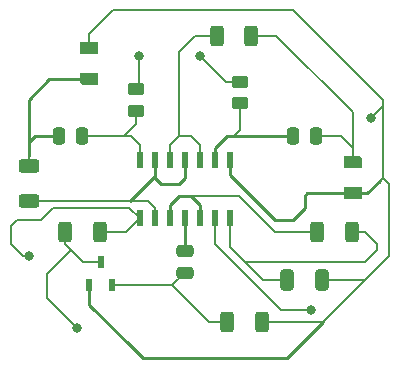
<source format=gbr>
%TF.GenerationSoftware,KiCad,Pcbnew,(6.0.8)*%
%TF.CreationDate,2023-04-11T21:19:58-04:00*%
%TF.ProjectId,Rat_NEST_v1,5261745f-4e45-4535-945f-76312e6b6963,rev?*%
%TF.SameCoordinates,Original*%
%TF.FileFunction,Copper,L2,Bot*%
%TF.FilePolarity,Positive*%
%FSLAX46Y46*%
G04 Gerber Fmt 4.6, Leading zero omitted, Abs format (unit mm)*
G04 Created by KiCad (PCBNEW (6.0.8)) date 2023-04-11 21:19:58*
%MOMM*%
%LPD*%
G01*
G04 APERTURE LIST*
G04 Aperture macros list*
%AMRoundRect*
0 Rectangle with rounded corners*
0 $1 Rounding radius*
0 $2 $3 $4 $5 $6 $7 $8 $9 X,Y pos of 4 corners*
0 Add a 4 corners polygon primitive as box body*
4,1,4,$2,$3,$4,$5,$6,$7,$8,$9,$2,$3,0*
0 Add four circle primitives for the rounded corners*
1,1,$1+$1,$2,$3*
1,1,$1+$1,$4,$5*
1,1,$1+$1,$6,$7*
1,1,$1+$1,$8,$9*
0 Add four rect primitives between the rounded corners*
20,1,$1+$1,$2,$3,$4,$5,0*
20,1,$1+$1,$4,$5,$6,$7,0*
20,1,$1+$1,$6,$7,$8,$9,0*
20,1,$1+$1,$8,$9,$2,$3,0*%
%AMOutline5P*
0 Free polygon, 5 corners , with rotation*
0 The origin of the aperture is its center*
0 number of corners: always 5*
0 $1 to $10 corner X, Y*
0 $11 Rotation angle, in degrees counterclockwise*
0 create outline with 5 corners*
4,1,5,$1,$2,$3,$4,$5,$6,$7,$8,$9,$10,$1,$2,$11*%
%AMOutline6P*
0 Free polygon, 6 corners , with rotation*
0 The origin of the aperture is its center*
0 number of corners: always 6*
0 $1 to $12 corner X, Y*
0 $13 Rotation angle, in degrees counterclockwise*
0 create outline with 6 corners*
4,1,6,$1,$2,$3,$4,$5,$6,$7,$8,$9,$10,$11,$12,$1,$2,$13*%
%AMOutline7P*
0 Free polygon, 7 corners , with rotation*
0 The origin of the aperture is its center*
0 number of corners: always 7*
0 $1 to $14 corner X, Y*
0 $15 Rotation angle, in degrees counterclockwise*
0 create outline with 7 corners*
4,1,7,$1,$2,$3,$4,$5,$6,$7,$8,$9,$10,$11,$12,$13,$14,$1,$2,$15*%
%AMOutline8P*
0 Free polygon, 8 corners , with rotation*
0 The origin of the aperture is its center*
0 number of corners: always 8*
0 $1 to $16 corner X, Y*
0 $17 Rotation angle, in degrees counterclockwise*
0 create outline with 8 corners*
4,1,8,$1,$2,$3,$4,$5,$6,$7,$8,$9,$10,$11,$12,$13,$14,$15,$16,$1,$2,$17*%
%AMFreePoly0*
4,1,5,0.292100,-0.673100,-0.292100,-0.673100,-0.292100,0.673100,0.292100,0.673100,0.292100,-0.673100,0.292100,-0.673100,$1*%
%AMFreePoly1*
4,1,5,0.255000,-0.673100,-0.255000,-0.673100,-0.255000,0.673100,0.255000,0.673100,0.255000,-0.673100,0.255000,-0.673100,$1*%
%AMFreePoly2*
4,1,5,0.280000,-0.475000,-0.280000,-0.475000,-0.280000,0.475000,0.280000,0.475000,0.280000,-0.475000,0.280000,-0.475000,$1*%
G04 Aperture macros list end*
%TA.AperFunction,SMDPad,CuDef*%
%ADD10RoundRect,0.250000X-0.475000X0.250000X-0.475000X-0.250000X0.475000X-0.250000X0.475000X0.250000X0*%
%TD*%
%TA.AperFunction,SMDPad,CuDef*%
%ADD11RoundRect,0.250000X-0.450000X0.262500X-0.450000X-0.262500X0.450000X-0.262500X0.450000X0.262500X0*%
%TD*%
%TA.AperFunction,SMDPad,CuDef*%
%ADD12R,1.500000X1.000000*%
%TD*%
%TA.AperFunction,SMDPad,CuDef*%
%ADD13Outline5P,-0.500000X0.750000X0.500000X0.750000X0.500000X-0.550000X0.300000X-0.750000X-0.500000X-0.750000X90.000000*%
%TD*%
%TA.AperFunction,SMDPad,CuDef*%
%ADD14FreePoly0,0.000000*%
%TD*%
%TA.AperFunction,SMDPad,CuDef*%
%ADD15FreePoly1,0.000000*%
%TD*%
%TA.AperFunction,SMDPad,CuDef*%
%ADD16Outline5P,-0.292100X0.673100X0.292100X0.673100X0.292100X-0.673100X-0.175260X-0.673100X-0.292100X-0.556260X0.000000*%
%TD*%
%TA.AperFunction,SMDPad,CuDef*%
%ADD17RoundRect,0.250000X0.312500X0.625000X-0.312500X0.625000X-0.312500X-0.625000X0.312500X-0.625000X0*%
%TD*%
%TA.AperFunction,SMDPad,CuDef*%
%ADD18RoundRect,0.250000X0.250000X0.475000X-0.250000X0.475000X-0.250000X-0.475000X0.250000X-0.475000X0*%
%TD*%
%TA.AperFunction,SMDPad,CuDef*%
%ADD19FreePoly2,0.000000*%
%TD*%
%TA.AperFunction,SMDPad,CuDef*%
%ADD20RoundRect,0.250000X0.625000X-0.312500X0.625000X0.312500X-0.625000X0.312500X-0.625000X-0.312500X0*%
%TD*%
%TA.AperFunction,SMDPad,CuDef*%
%ADD21RoundRect,0.250000X0.325000X0.650000X-0.325000X0.650000X-0.325000X-0.650000X0.325000X-0.650000X0*%
%TD*%
%TA.AperFunction,SMDPad,CuDef*%
%ADD22RoundRect,0.250000X-0.312500X-0.625000X0.312500X-0.625000X0.312500X0.625000X-0.312500X0.625000X0*%
%TD*%
%TA.AperFunction,SMDPad,CuDef*%
%ADD23Outline5P,-0.500000X0.750000X0.500000X0.750000X0.500000X-0.550000X0.300000X-0.750000X-0.500000X-0.750000X270.000000*%
%TD*%
%TA.AperFunction,ViaPad*%
%ADD24C,0.800000*%
%TD*%
%TA.AperFunction,Conductor*%
%ADD25C,0.200000*%
%TD*%
%TA.AperFunction,Conductor*%
%ADD26C,0.250000*%
%TD*%
G04 APERTURE END LIST*
D10*
%TO.P,REF\u002A\u002A,1*%
%TO.N,N/C*%
X147828000Y-111318000D03*
%TO.P,REF\u002A\u002A,2*%
X147828000Y-113218000D03*
%TD*%
D11*
%TO.P,REF\u002A\u002A,1*%
%TO.N,N/C*%
X152552400Y-97029900D03*
%TO.P,REF\u002A\u002A,2*%
X152552400Y-98854900D03*
%TD*%
D12*
%TO.P,REF\u002A\u002A,1*%
%TO.N,N/C*%
X162052000Y-106456000D03*
D13*
%TO.P,REF\u002A\u002A,2*%
X162052000Y-103856000D03*
%TD*%
D14*
%TO.P,REF\u002A\u002A,1*%
%TO.N,N/C*%
X144018000Y-103632000D03*
%TO.P,REF\u002A\u002A,2*%
X145288000Y-103632000D03*
%TO.P,REF\u002A\u002A,3*%
X146558000Y-103632000D03*
%TO.P,REF\u002A\u002A,4*%
X147828000Y-103632000D03*
%TO.P,REF\u002A\u002A,5*%
X149098000Y-103632000D03*
%TO.P,REF\u002A\u002A,6*%
X150368000Y-103632000D03*
%TO.P,REF\u002A\u002A,7*%
X151638000Y-103632000D03*
%TO.P,REF\u002A\u002A,8*%
X151638000Y-108562000D03*
%TO.P,REF\u002A\u002A,9*%
X150368000Y-108562000D03*
%TO.P,REF\u002A\u002A,10*%
X149098000Y-108562000D03*
%TO.P,REF\u002A\u002A,11*%
X147828000Y-108562000D03*
D15*
%TO.P,REF\u002A\u002A,12*%
X146558000Y-108562000D03*
D14*
%TO.P,REF\u002A\u002A,13*%
X145288000Y-108562000D03*
D16*
%TO.P,REF\u002A\u002A,14*%
X144018000Y-108562000D03*
%TD*%
D17*
%TO.P,REF\u002A\u002A,1*%
%TO.N,N/C*%
X154370500Y-117348000D03*
%TO.P,REF\u002A\u002A,2*%
X151445500Y-117348000D03*
%TD*%
%TO.P,REF\u002A\u002A,1*%
%TO.N,N/C*%
X140654500Y-109728000D03*
%TO.P,REF\u002A\u002A,2*%
X137729500Y-109728000D03*
%TD*%
D18*
%TO.P,REF\u002A\u002A,1*%
%TO.N,N/C*%
X139126000Y-101600000D03*
%TO.P,REF\u002A\u002A,2*%
X137226000Y-101600000D03*
%TD*%
D19*
%TO.P,REF\u002A\u002A,1*%
%TO.N,N/C*%
X141666000Y-114259000D03*
%TO.P,REF\u002A\u002A,2*%
X139766000Y-114259000D03*
%TO.P,REF\u002A\u002A,3*%
X140716000Y-112309000D03*
%TD*%
D18*
%TO.P,REF\u002A\u002A,1*%
%TO.N,N/C*%
X158938000Y-101600000D03*
%TO.P,REF\u002A\u002A,2*%
X157038000Y-101600000D03*
%TD*%
D20*
%TO.P,REF\u002A\u002A,1*%
%TO.N,N/C*%
X134620000Y-107126500D03*
%TO.P,REF\u002A\u002A,2*%
X134620000Y-104201500D03*
%TD*%
D11*
%TO.P,REF\u002A\u002A,1*%
%TO.N,N/C*%
X143713200Y-97639500D03*
%TO.P,REF\u002A\u002A,2*%
X143713200Y-99464500D03*
%TD*%
D17*
%TO.P,REF\u002A\u002A,1*%
%TO.N,N/C*%
X153456100Y-93116400D03*
%TO.P,REF\u002A\u002A,2*%
X150531100Y-93116400D03*
%TD*%
D21*
%TO.P,REF\u002A\u002A,1*%
%TO.N,N/C*%
X159463000Y-113792000D03*
%TO.P,REF\u002A\u002A,2*%
X156513000Y-113792000D03*
%TD*%
D22*
%TO.P,REF\u002A\u002A,1*%
%TO.N,N/C*%
X159065500Y-109728000D03*
%TO.P,REF\u002A\u002A,2*%
X161990500Y-109728000D03*
%TD*%
D12*
%TO.P,REF\u002A\u002A,1*%
%TO.N,N/C*%
X139700000Y-94204000D03*
D23*
%TO.P,REF\u002A\u002A,2*%
X139700000Y-96804000D03*
%TD*%
D24*
%TO.N,*%
X138684000Y-117856000D03*
X163576000Y-100076000D03*
X134620000Y-111760000D03*
X158496000Y-116332000D03*
X149148800Y-94843600D03*
X143967200Y-94843600D03*
%TD*%
D25*
%TO.N,*%
X136144000Y-113284000D02*
X136144000Y-115316000D01*
X138176000Y-111252000D02*
X136144000Y-113284000D01*
X136144000Y-115316000D02*
X138684000Y-117856000D01*
X138176000Y-111252000D02*
X139233000Y-112309000D01*
X137729500Y-110805500D02*
X138176000Y-111252000D01*
X147320000Y-101600000D02*
X147320000Y-94538800D01*
X147320000Y-94538800D02*
X148107400Y-93751400D01*
X148742400Y-93116400D02*
X148107400Y-93751400D01*
X148336000Y-101600000D02*
X149098000Y-102362000D01*
X147320000Y-101600000D02*
X148336000Y-101600000D01*
X149098000Y-102362000D02*
X149098000Y-103632000D01*
X146558000Y-102362000D02*
X147320000Y-101600000D01*
X146558000Y-103632000D02*
X146558000Y-102362000D01*
D26*
X147828000Y-105156000D02*
X147828000Y-103632000D01*
X145796000Y-105664000D02*
X147320000Y-105664000D01*
X145288000Y-105156000D02*
X145796000Y-105664000D01*
X145288000Y-103632000D02*
X145288000Y-105156000D01*
X147320000Y-105664000D02*
X147828000Y-105156000D01*
D25*
X145288000Y-107696000D02*
X144718500Y-107126500D01*
X144718500Y-107126500D02*
X143194500Y-107126500D01*
X145288000Y-108562000D02*
X145288000Y-107696000D01*
D26*
X145288000Y-105033000D02*
X143194500Y-107126500D01*
X145288000Y-103632000D02*
X145288000Y-105033000D01*
D25*
X134620000Y-107126500D02*
X143194500Y-107126500D01*
X163576000Y-100076000D02*
X164592000Y-99060000D01*
X164592000Y-99060000D02*
X164592000Y-105156000D01*
X164592000Y-98552000D02*
X164592000Y-99060000D01*
X134112000Y-111760000D02*
X134620000Y-111760000D01*
X133096000Y-110744000D02*
X133604000Y-111252000D01*
X133096000Y-110236000D02*
X133096000Y-110744000D01*
X133096000Y-109220000D02*
X133096000Y-110236000D01*
X133604000Y-108712000D02*
X133096000Y-109220000D01*
X135636000Y-108712000D02*
X133604000Y-108712000D01*
X133604000Y-111252000D02*
X134112000Y-111760000D01*
X137160000Y-107696000D02*
X136652000Y-107696000D01*
X136652000Y-107696000D02*
X135636000Y-108712000D01*
X143152000Y-107696000D02*
X137160000Y-107696000D01*
X144018000Y-108562000D02*
X143152000Y-107696000D01*
X155956000Y-116332000D02*
X158496000Y-116332000D01*
X150368000Y-110744000D02*
X155956000Y-116332000D01*
X150368000Y-108562000D02*
X150368000Y-110744000D01*
X164592000Y-105156000D02*
X164338000Y-105410000D01*
D26*
X163292000Y-106456000D02*
X164338000Y-105410000D01*
D25*
X141732000Y-90932000D02*
X156972000Y-90932000D01*
X156972000Y-90932000D02*
X164592000Y-98552000D01*
X139700000Y-92964000D02*
X141732000Y-90932000D01*
X139700000Y-94204000D02*
X139700000Y-92964000D01*
X143967200Y-97385500D02*
X143713200Y-97639500D01*
X143967200Y-94843600D02*
X143967200Y-97385500D01*
X151335100Y-97029900D02*
X149148800Y-94843600D01*
X152552400Y-97029900D02*
X151335100Y-97029900D01*
X142697200Y-101600000D02*
X142646400Y-101600000D01*
X143713200Y-100584000D02*
X142697200Y-101600000D01*
X142646400Y-101600000D02*
X143256000Y-101600000D01*
X143713200Y-99464500D02*
X143713200Y-100584000D01*
X142240000Y-101600000D02*
X142646400Y-101600000D01*
X152552400Y-101092000D02*
X152044400Y-101600000D01*
D26*
X152044400Y-101600000D02*
X154432000Y-101600000D01*
D25*
X152552400Y-98854900D02*
X152552400Y-101092000D01*
D26*
X151384000Y-101600000D02*
X152044400Y-101600000D01*
D25*
X150531100Y-93116400D02*
X148742400Y-93116400D01*
X162052000Y-99629500D02*
X162052000Y-102616000D01*
X155538900Y-93116400D02*
X162052000Y-99629500D01*
X153456100Y-93116400D02*
X155538900Y-93116400D01*
D26*
X155448000Y-108712000D02*
X156972000Y-108712000D01*
D25*
X151638000Y-110998000D02*
X151638000Y-108562000D01*
X162052000Y-102616000D02*
X161036000Y-101600000D01*
X146787000Y-114259000D02*
X146771000Y-114259000D01*
X156513000Y-113792000D02*
X154432000Y-113792000D01*
D26*
X150368000Y-103632000D02*
X150368000Y-102616000D01*
X150368000Y-102616000D02*
X151384000Y-101600000D01*
X139766000Y-115890000D02*
X143256000Y-119380000D01*
D25*
X165100000Y-105664000D02*
X164592000Y-105156000D01*
D26*
X139766000Y-114259000D02*
X139766000Y-115890000D01*
D25*
X142852000Y-109728000D02*
X144018000Y-108562000D01*
D26*
X154432000Y-101600000D02*
X157038000Y-101600000D01*
D25*
X161036000Y-101600000D02*
X158938000Y-101600000D01*
D26*
X134620000Y-103348000D02*
X134620000Y-102616000D01*
D25*
X152908000Y-112268000D02*
X151638000Y-110998000D01*
X144018000Y-102362000D02*
X144018000Y-103632000D01*
X165100000Y-111760000D02*
X165100000Y-106172000D01*
D26*
X134620000Y-102108000D02*
X135128000Y-101600000D01*
D25*
X154432000Y-113792000D02*
X152908000Y-112268000D01*
X146771000Y-114259000D02*
X141666000Y-114259000D01*
X159065500Y-109728000D02*
X155448000Y-109728000D01*
X164592000Y-112268000D02*
X165100000Y-111760000D01*
D26*
X157988000Y-106680000D02*
X158212000Y-106456000D01*
D25*
X163068000Y-112268000D02*
X164084000Y-111252000D01*
X164084000Y-111252000D02*
X164084000Y-110744000D01*
X152400000Y-106680000D02*
X148336000Y-106680000D01*
X163068000Y-113792000D02*
X159512000Y-117348000D01*
D26*
X139700000Y-96804000D02*
X136368000Y-96804000D01*
X148336000Y-106680000D02*
X149098000Y-107442000D01*
D25*
X142240000Y-101600000D02*
X139126000Y-101600000D01*
X159463000Y-113792000D02*
X163068000Y-113792000D01*
D26*
X151638000Y-104902000D02*
X155448000Y-108712000D01*
D25*
X149860000Y-117348000D02*
X146771000Y-114259000D01*
X140654500Y-109728000D02*
X142852000Y-109728000D01*
D26*
X157988000Y-107696000D02*
X157988000Y-106680000D01*
X143256000Y-119380000D02*
X144272000Y-120396000D01*
X144272000Y-120396000D02*
X156464000Y-120396000D01*
D25*
X163068000Y-113792000D02*
X164592000Y-112268000D01*
X165100000Y-106172000D02*
X165100000Y-105664000D01*
X150368000Y-103124000D02*
X150368000Y-103782000D01*
D26*
X162052000Y-106456000D02*
X163292000Y-106456000D01*
X134620000Y-102616000D02*
X134620000Y-102108000D01*
X156464000Y-120396000D02*
X159512000Y-117348000D01*
X135128000Y-101600000D02*
X137226000Y-101600000D01*
X146558000Y-107442000D02*
X147320000Y-106680000D01*
D25*
X159512000Y-117348000D02*
X154370500Y-117348000D01*
D26*
X151638000Y-103632000D02*
X151638000Y-104902000D01*
D25*
X164084000Y-110744000D02*
X163068000Y-109728000D01*
X163068000Y-109728000D02*
X161990500Y-109728000D01*
D26*
X158212000Y-106456000D02*
X162052000Y-106456000D01*
X136368000Y-96804000D02*
X134620000Y-98552000D01*
D25*
X137729500Y-109728000D02*
X137729500Y-110805500D01*
X139233000Y-112309000D02*
X140716000Y-112309000D01*
D26*
X147828000Y-108562000D02*
X147828000Y-111318000D01*
D25*
X162052000Y-103856000D02*
X162052000Y-102616000D01*
X143256000Y-101600000D02*
X144018000Y-102362000D01*
D26*
X146558000Y-108562000D02*
X146558000Y-107442000D01*
D25*
X147828000Y-113218000D02*
X146787000Y-114259000D01*
D26*
X147320000Y-106680000D02*
X148336000Y-106680000D01*
D25*
X152908000Y-112268000D02*
X163068000Y-112268000D01*
D26*
X134620000Y-98552000D02*
X134620000Y-102108000D01*
X156972000Y-108712000D02*
X157988000Y-107696000D01*
D25*
X151445500Y-117348000D02*
X149860000Y-117348000D01*
X134620000Y-104201500D02*
X134620000Y-103124000D01*
X155448000Y-109728000D02*
X152400000Y-106680000D01*
D26*
X149098000Y-107442000D02*
X149098000Y-108562000D01*
%TD*%
M02*

</source>
